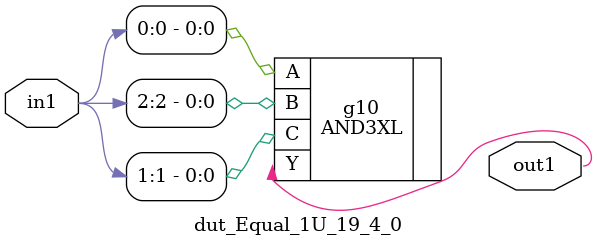
<source format=v>
`timescale 1ps / 1ps


module dut_Equal_1U_19_4_0(in1, out1);
  input [2:0] in1;
  output out1;
  wire [2:0] in1;
  wire out1;
  AND3XL g10(.A (in1[0]), .B (in1[2]), .C (in1[1]), .Y (out1));
endmodule



</source>
